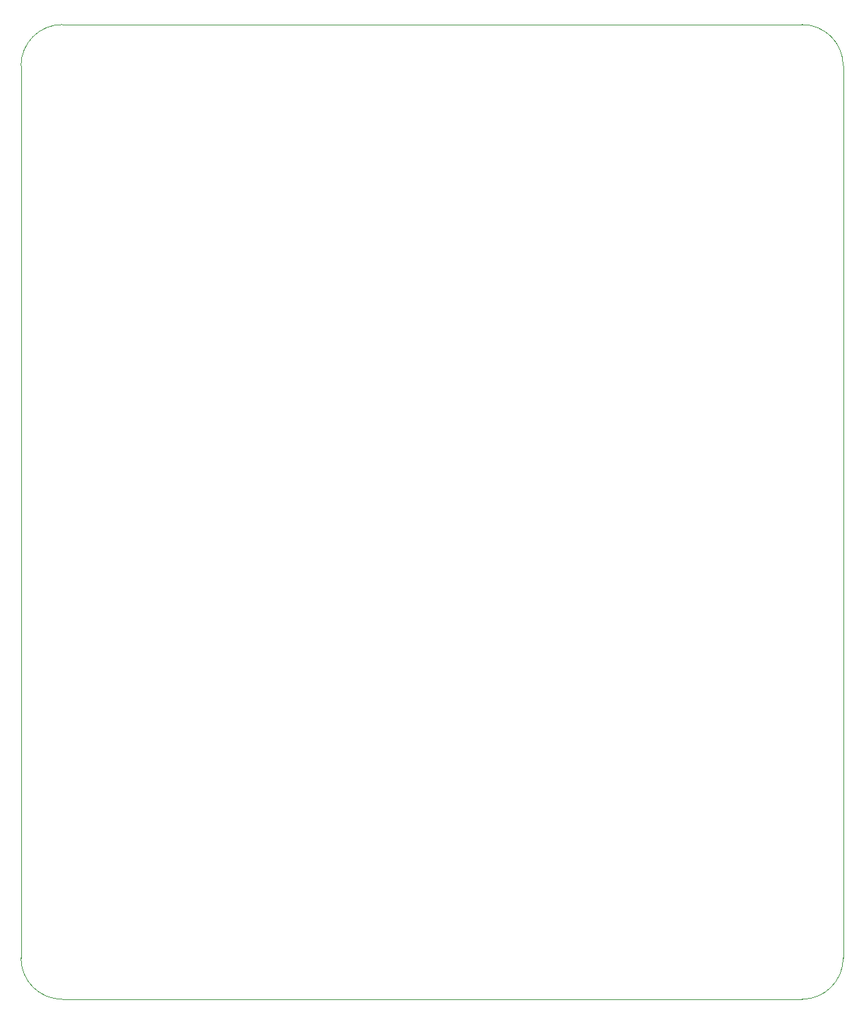
<source format=gbr>
%TF.GenerationSoftware,KiCad,Pcbnew,(6.0.9)*%
%TF.CreationDate,2023-03-24T12:27:37+01:00*%
%TF.ProjectId,twoLevelInverter,74776f4c-6576-4656-9c49-6e7665727465,rev?*%
%TF.SameCoordinates,Original*%
%TF.FileFunction,Profile,NP*%
%FSLAX46Y46*%
G04 Gerber Fmt 4.6, Leading zero omitted, Abs format (unit mm)*
G04 Created by KiCad (PCBNEW (6.0.9)) date 2023-03-24 12:27:37*
%MOMM*%
%LPD*%
G01*
G04 APERTURE LIST*
%TA.AperFunction,Profile*%
%ADD10C,0.100000*%
%TD*%
G04 APERTURE END LIST*
D10*
X147320000Y-150876000D02*
X147320000Y-137160000D01*
X147320000Y-155956000D02*
G75*
G03*
X152400000Y-161036000I5080000J0D01*
G01*
X248920000Y-59436000D02*
X248920000Y-45720000D01*
X248920000Y-150876000D02*
X248920000Y-155956000D01*
X248920000Y-45720000D02*
G75*
G03*
X243840000Y-40640000I-5080000J0D01*
G01*
X231140000Y-40640000D02*
X243840000Y-40640000D01*
X147320000Y-150876000D02*
X147320000Y-155956000D01*
X243840000Y-161036000D02*
G75*
G03*
X248920000Y-155956000I0J5080000D01*
G01*
X152400000Y-40640000D02*
X231140000Y-40640000D01*
X147320000Y-137160000D02*
X147320000Y-45720000D01*
X152400000Y-40640000D02*
G75*
G03*
X147320000Y-45720000I0J-5080000D01*
G01*
X231140000Y-161036000D02*
X243840000Y-161036000D01*
X231140000Y-161036000D02*
X152400000Y-161036000D01*
X248920000Y-59436000D02*
X248920000Y-150876000D01*
M02*

</source>
